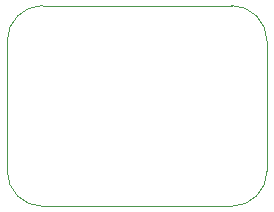
<source format=gm1>
G04 #@! TF.GenerationSoftware,KiCad,Pcbnew,(6.0.11-0)*
G04 #@! TF.CreationDate,2023-06-01T20:00:55-06:00*
G04 #@! TF.ProjectId,LIDPCB,4c494450-4342-42e6-9b69-6361645f7063,rev?*
G04 #@! TF.SameCoordinates,Original*
G04 #@! TF.FileFunction,Profile,NP*
%FSLAX46Y46*%
G04 Gerber Fmt 4.6, Leading zero omitted, Abs format (unit mm)*
G04 Created by KiCad (PCBNEW (6.0.11-0)) date 2023-06-01 20:00:55*
%MOMM*%
%LPD*%
G01*
G04 APERTURE LIST*
G04 #@! TA.AperFunction,Profile*
%ADD10C,0.100000*%
G04 #@! TD*
G04 APERTURE END LIST*
D10*
X103000000Y-100000000D02*
G75*
G03*
X100000000Y-103000000I0J-3000000D01*
G01*
X122000000Y-103000000D02*
G75*
G03*
X119000000Y-100000000I-3000000J0D01*
G01*
X119000000Y-117000000D02*
G75*
G03*
X122000000Y-114000000I0J3000000D01*
G01*
X119000000Y-117000000D02*
X103000000Y-117000000D01*
X122000000Y-103000000D02*
X122000000Y-114000000D01*
X100000000Y-114000000D02*
G75*
G03*
X103000000Y-117000000I3000000J0D01*
G01*
X100000000Y-114000000D02*
X100000000Y-103000000D01*
X103000000Y-100000000D02*
X119000000Y-100000000D01*
M02*

</source>
